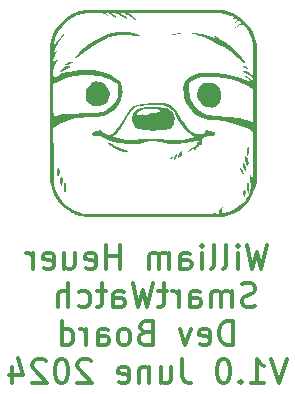
<source format=gbr>
%TF.GenerationSoftware,KiCad,Pcbnew,8.0.3*%
%TF.CreationDate,2024-06-23T22:11:50-05:00*%
%TF.ProjectId,GeckoDevelopmentBoard,4765636b-6f44-4657-9665-6c6f706d656e,rev?*%
%TF.SameCoordinates,Original*%
%TF.FileFunction,Legend,Bot*%
%TF.FilePolarity,Positive*%
%FSLAX46Y46*%
G04 Gerber Fmt 4.6, Leading zero omitted, Abs format (unit mm)*
G04 Created by KiCad (PCBNEW 8.0.3) date 2024-06-23 22:11:50*
%MOMM*%
%LPD*%
G01*
G04 APERTURE LIST*
%ADD10C,0.300000*%
%ADD11C,0.000000*%
G04 APERTURE END LIST*
D10*
X102442857Y-106329974D02*
X101966667Y-108329974D01*
X101966667Y-108329974D02*
X101585714Y-106901402D01*
X101585714Y-106901402D02*
X101204762Y-108329974D01*
X101204762Y-108329974D02*
X100728572Y-106329974D01*
X99966667Y-108329974D02*
X99966667Y-106996640D01*
X99966667Y-106329974D02*
X100061905Y-106425212D01*
X100061905Y-106425212D02*
X99966667Y-106520450D01*
X99966667Y-106520450D02*
X99871429Y-106425212D01*
X99871429Y-106425212D02*
X99966667Y-106329974D01*
X99966667Y-106329974D02*
X99966667Y-106520450D01*
X98728572Y-108329974D02*
X98919048Y-108234736D01*
X98919048Y-108234736D02*
X99014286Y-108044259D01*
X99014286Y-108044259D02*
X99014286Y-106329974D01*
X97680953Y-108329974D02*
X97871429Y-108234736D01*
X97871429Y-108234736D02*
X97966667Y-108044259D01*
X97966667Y-108044259D02*
X97966667Y-106329974D01*
X96919048Y-108329974D02*
X96919048Y-106996640D01*
X96919048Y-106329974D02*
X97014286Y-106425212D01*
X97014286Y-106425212D02*
X96919048Y-106520450D01*
X96919048Y-106520450D02*
X96823810Y-106425212D01*
X96823810Y-106425212D02*
X96919048Y-106329974D01*
X96919048Y-106329974D02*
X96919048Y-106520450D01*
X95109524Y-108329974D02*
X95109524Y-107282355D01*
X95109524Y-107282355D02*
X95204762Y-107091878D01*
X95204762Y-107091878D02*
X95395238Y-106996640D01*
X95395238Y-106996640D02*
X95776191Y-106996640D01*
X95776191Y-106996640D02*
X95966667Y-107091878D01*
X95109524Y-108234736D02*
X95300000Y-108329974D01*
X95300000Y-108329974D02*
X95776191Y-108329974D01*
X95776191Y-108329974D02*
X95966667Y-108234736D01*
X95966667Y-108234736D02*
X96061905Y-108044259D01*
X96061905Y-108044259D02*
X96061905Y-107853783D01*
X96061905Y-107853783D02*
X95966667Y-107663307D01*
X95966667Y-107663307D02*
X95776191Y-107568069D01*
X95776191Y-107568069D02*
X95300000Y-107568069D01*
X95300000Y-107568069D02*
X95109524Y-107472831D01*
X94157143Y-108329974D02*
X94157143Y-106996640D01*
X94157143Y-107187116D02*
X94061905Y-107091878D01*
X94061905Y-107091878D02*
X93871429Y-106996640D01*
X93871429Y-106996640D02*
X93585714Y-106996640D01*
X93585714Y-106996640D02*
X93395238Y-107091878D01*
X93395238Y-107091878D02*
X93300000Y-107282355D01*
X93300000Y-107282355D02*
X93300000Y-108329974D01*
X93300000Y-107282355D02*
X93204762Y-107091878D01*
X93204762Y-107091878D02*
X93014286Y-106996640D01*
X93014286Y-106996640D02*
X92728572Y-106996640D01*
X92728572Y-106996640D02*
X92538095Y-107091878D01*
X92538095Y-107091878D02*
X92442857Y-107282355D01*
X92442857Y-107282355D02*
X92442857Y-108329974D01*
X89966666Y-108329974D02*
X89966666Y-106329974D01*
X89966666Y-107282355D02*
X88823809Y-107282355D01*
X88823809Y-108329974D02*
X88823809Y-106329974D01*
X87109523Y-108234736D02*
X87299999Y-108329974D01*
X87299999Y-108329974D02*
X87680952Y-108329974D01*
X87680952Y-108329974D02*
X87871428Y-108234736D01*
X87871428Y-108234736D02*
X87966666Y-108044259D01*
X87966666Y-108044259D02*
X87966666Y-107282355D01*
X87966666Y-107282355D02*
X87871428Y-107091878D01*
X87871428Y-107091878D02*
X87680952Y-106996640D01*
X87680952Y-106996640D02*
X87299999Y-106996640D01*
X87299999Y-106996640D02*
X87109523Y-107091878D01*
X87109523Y-107091878D02*
X87014285Y-107282355D01*
X87014285Y-107282355D02*
X87014285Y-107472831D01*
X87014285Y-107472831D02*
X87966666Y-107663307D01*
X85299999Y-106996640D02*
X85299999Y-108329974D01*
X86157142Y-106996640D02*
X86157142Y-108044259D01*
X86157142Y-108044259D02*
X86061904Y-108234736D01*
X86061904Y-108234736D02*
X85871428Y-108329974D01*
X85871428Y-108329974D02*
X85585713Y-108329974D01*
X85585713Y-108329974D02*
X85395237Y-108234736D01*
X85395237Y-108234736D02*
X85299999Y-108139497D01*
X83585713Y-108234736D02*
X83776189Y-108329974D01*
X83776189Y-108329974D02*
X84157142Y-108329974D01*
X84157142Y-108329974D02*
X84347618Y-108234736D01*
X84347618Y-108234736D02*
X84442856Y-108044259D01*
X84442856Y-108044259D02*
X84442856Y-107282355D01*
X84442856Y-107282355D02*
X84347618Y-107091878D01*
X84347618Y-107091878D02*
X84157142Y-106996640D01*
X84157142Y-106996640D02*
X83776189Y-106996640D01*
X83776189Y-106996640D02*
X83585713Y-107091878D01*
X83585713Y-107091878D02*
X83490475Y-107282355D01*
X83490475Y-107282355D02*
X83490475Y-107472831D01*
X83490475Y-107472831D02*
X84442856Y-107663307D01*
X82633332Y-108329974D02*
X82633332Y-106996640D01*
X82633332Y-107377593D02*
X82538094Y-107187116D01*
X82538094Y-107187116D02*
X82442856Y-107091878D01*
X82442856Y-107091878D02*
X82252380Y-106996640D01*
X82252380Y-106996640D02*
X82061903Y-106996640D01*
X101442857Y-111454624D02*
X101157143Y-111549862D01*
X101157143Y-111549862D02*
X100680952Y-111549862D01*
X100680952Y-111549862D02*
X100490476Y-111454624D01*
X100490476Y-111454624D02*
X100395238Y-111359385D01*
X100395238Y-111359385D02*
X100300000Y-111168909D01*
X100300000Y-111168909D02*
X100300000Y-110978433D01*
X100300000Y-110978433D02*
X100395238Y-110787957D01*
X100395238Y-110787957D02*
X100490476Y-110692719D01*
X100490476Y-110692719D02*
X100680952Y-110597481D01*
X100680952Y-110597481D02*
X101061905Y-110502243D01*
X101061905Y-110502243D02*
X101252381Y-110407004D01*
X101252381Y-110407004D02*
X101347619Y-110311766D01*
X101347619Y-110311766D02*
X101442857Y-110121290D01*
X101442857Y-110121290D02*
X101442857Y-109930814D01*
X101442857Y-109930814D02*
X101347619Y-109740338D01*
X101347619Y-109740338D02*
X101252381Y-109645100D01*
X101252381Y-109645100D02*
X101061905Y-109549862D01*
X101061905Y-109549862D02*
X100585714Y-109549862D01*
X100585714Y-109549862D02*
X100300000Y-109645100D01*
X99442857Y-111549862D02*
X99442857Y-110216528D01*
X99442857Y-110407004D02*
X99347619Y-110311766D01*
X99347619Y-110311766D02*
X99157143Y-110216528D01*
X99157143Y-110216528D02*
X98871428Y-110216528D01*
X98871428Y-110216528D02*
X98680952Y-110311766D01*
X98680952Y-110311766D02*
X98585714Y-110502243D01*
X98585714Y-110502243D02*
X98585714Y-111549862D01*
X98585714Y-110502243D02*
X98490476Y-110311766D01*
X98490476Y-110311766D02*
X98300000Y-110216528D01*
X98300000Y-110216528D02*
X98014286Y-110216528D01*
X98014286Y-110216528D02*
X97823809Y-110311766D01*
X97823809Y-110311766D02*
X97728571Y-110502243D01*
X97728571Y-110502243D02*
X97728571Y-111549862D01*
X95919047Y-111549862D02*
X95919047Y-110502243D01*
X95919047Y-110502243D02*
X96014285Y-110311766D01*
X96014285Y-110311766D02*
X96204761Y-110216528D01*
X96204761Y-110216528D02*
X96585714Y-110216528D01*
X96585714Y-110216528D02*
X96776190Y-110311766D01*
X95919047Y-111454624D02*
X96109523Y-111549862D01*
X96109523Y-111549862D02*
X96585714Y-111549862D01*
X96585714Y-111549862D02*
X96776190Y-111454624D01*
X96776190Y-111454624D02*
X96871428Y-111264147D01*
X96871428Y-111264147D02*
X96871428Y-111073671D01*
X96871428Y-111073671D02*
X96776190Y-110883195D01*
X96776190Y-110883195D02*
X96585714Y-110787957D01*
X96585714Y-110787957D02*
X96109523Y-110787957D01*
X96109523Y-110787957D02*
X95919047Y-110692719D01*
X94966666Y-111549862D02*
X94966666Y-110216528D01*
X94966666Y-110597481D02*
X94871428Y-110407004D01*
X94871428Y-110407004D02*
X94776190Y-110311766D01*
X94776190Y-110311766D02*
X94585714Y-110216528D01*
X94585714Y-110216528D02*
X94395237Y-110216528D01*
X94014285Y-110216528D02*
X93252381Y-110216528D01*
X93728571Y-109549862D02*
X93728571Y-111264147D01*
X93728571Y-111264147D02*
X93633333Y-111454624D01*
X93633333Y-111454624D02*
X93442857Y-111549862D01*
X93442857Y-111549862D02*
X93252381Y-111549862D01*
X92776190Y-109549862D02*
X92300000Y-111549862D01*
X92300000Y-111549862D02*
X91919047Y-110121290D01*
X91919047Y-110121290D02*
X91538095Y-111549862D01*
X91538095Y-111549862D02*
X91061905Y-109549862D01*
X89442857Y-111549862D02*
X89442857Y-110502243D01*
X89442857Y-110502243D02*
X89538095Y-110311766D01*
X89538095Y-110311766D02*
X89728571Y-110216528D01*
X89728571Y-110216528D02*
X90109524Y-110216528D01*
X90109524Y-110216528D02*
X90300000Y-110311766D01*
X89442857Y-111454624D02*
X89633333Y-111549862D01*
X89633333Y-111549862D02*
X90109524Y-111549862D01*
X90109524Y-111549862D02*
X90300000Y-111454624D01*
X90300000Y-111454624D02*
X90395238Y-111264147D01*
X90395238Y-111264147D02*
X90395238Y-111073671D01*
X90395238Y-111073671D02*
X90300000Y-110883195D01*
X90300000Y-110883195D02*
X90109524Y-110787957D01*
X90109524Y-110787957D02*
X89633333Y-110787957D01*
X89633333Y-110787957D02*
X89442857Y-110692719D01*
X88776190Y-110216528D02*
X88014286Y-110216528D01*
X88490476Y-109549862D02*
X88490476Y-111264147D01*
X88490476Y-111264147D02*
X88395238Y-111454624D01*
X88395238Y-111454624D02*
X88204762Y-111549862D01*
X88204762Y-111549862D02*
X88014286Y-111549862D01*
X86490476Y-111454624D02*
X86680952Y-111549862D01*
X86680952Y-111549862D02*
X87061905Y-111549862D01*
X87061905Y-111549862D02*
X87252381Y-111454624D01*
X87252381Y-111454624D02*
X87347619Y-111359385D01*
X87347619Y-111359385D02*
X87442857Y-111168909D01*
X87442857Y-111168909D02*
X87442857Y-110597481D01*
X87442857Y-110597481D02*
X87347619Y-110407004D01*
X87347619Y-110407004D02*
X87252381Y-110311766D01*
X87252381Y-110311766D02*
X87061905Y-110216528D01*
X87061905Y-110216528D02*
X86680952Y-110216528D01*
X86680952Y-110216528D02*
X86490476Y-110311766D01*
X85633333Y-111549862D02*
X85633333Y-109549862D01*
X84776190Y-111549862D02*
X84776190Y-110502243D01*
X84776190Y-110502243D02*
X84871428Y-110311766D01*
X84871428Y-110311766D02*
X85061904Y-110216528D01*
X85061904Y-110216528D02*
X85347619Y-110216528D01*
X85347619Y-110216528D02*
X85538095Y-110311766D01*
X85538095Y-110311766D02*
X85633333Y-110407004D01*
X99538095Y-114769750D02*
X99538095Y-112769750D01*
X99538095Y-112769750D02*
X99061905Y-112769750D01*
X99061905Y-112769750D02*
X98776190Y-112864988D01*
X98776190Y-112864988D02*
X98585714Y-113055464D01*
X98585714Y-113055464D02*
X98490476Y-113245940D01*
X98490476Y-113245940D02*
X98395238Y-113626892D01*
X98395238Y-113626892D02*
X98395238Y-113912607D01*
X98395238Y-113912607D02*
X98490476Y-114293559D01*
X98490476Y-114293559D02*
X98585714Y-114484035D01*
X98585714Y-114484035D02*
X98776190Y-114674512D01*
X98776190Y-114674512D02*
X99061905Y-114769750D01*
X99061905Y-114769750D02*
X99538095Y-114769750D01*
X96776190Y-114674512D02*
X96966666Y-114769750D01*
X96966666Y-114769750D02*
X97347619Y-114769750D01*
X97347619Y-114769750D02*
X97538095Y-114674512D01*
X97538095Y-114674512D02*
X97633333Y-114484035D01*
X97633333Y-114484035D02*
X97633333Y-113722131D01*
X97633333Y-113722131D02*
X97538095Y-113531654D01*
X97538095Y-113531654D02*
X97347619Y-113436416D01*
X97347619Y-113436416D02*
X96966666Y-113436416D01*
X96966666Y-113436416D02*
X96776190Y-113531654D01*
X96776190Y-113531654D02*
X96680952Y-113722131D01*
X96680952Y-113722131D02*
X96680952Y-113912607D01*
X96680952Y-113912607D02*
X97633333Y-114103083D01*
X96014285Y-113436416D02*
X95538095Y-114769750D01*
X95538095Y-114769750D02*
X95061904Y-113436416D01*
X92109522Y-113722131D02*
X91823808Y-113817369D01*
X91823808Y-113817369D02*
X91728570Y-113912607D01*
X91728570Y-113912607D02*
X91633332Y-114103083D01*
X91633332Y-114103083D02*
X91633332Y-114388797D01*
X91633332Y-114388797D02*
X91728570Y-114579273D01*
X91728570Y-114579273D02*
X91823808Y-114674512D01*
X91823808Y-114674512D02*
X92014284Y-114769750D01*
X92014284Y-114769750D02*
X92776189Y-114769750D01*
X92776189Y-114769750D02*
X92776189Y-112769750D01*
X92776189Y-112769750D02*
X92109522Y-112769750D01*
X92109522Y-112769750D02*
X91919046Y-112864988D01*
X91919046Y-112864988D02*
X91823808Y-112960226D01*
X91823808Y-112960226D02*
X91728570Y-113150702D01*
X91728570Y-113150702D02*
X91728570Y-113341178D01*
X91728570Y-113341178D02*
X91823808Y-113531654D01*
X91823808Y-113531654D02*
X91919046Y-113626892D01*
X91919046Y-113626892D02*
X92109522Y-113722131D01*
X92109522Y-113722131D02*
X92776189Y-113722131D01*
X90490475Y-114769750D02*
X90680951Y-114674512D01*
X90680951Y-114674512D02*
X90776189Y-114579273D01*
X90776189Y-114579273D02*
X90871427Y-114388797D01*
X90871427Y-114388797D02*
X90871427Y-113817369D01*
X90871427Y-113817369D02*
X90776189Y-113626892D01*
X90776189Y-113626892D02*
X90680951Y-113531654D01*
X90680951Y-113531654D02*
X90490475Y-113436416D01*
X90490475Y-113436416D02*
X90204760Y-113436416D01*
X90204760Y-113436416D02*
X90014284Y-113531654D01*
X90014284Y-113531654D02*
X89919046Y-113626892D01*
X89919046Y-113626892D02*
X89823808Y-113817369D01*
X89823808Y-113817369D02*
X89823808Y-114388797D01*
X89823808Y-114388797D02*
X89919046Y-114579273D01*
X89919046Y-114579273D02*
X90014284Y-114674512D01*
X90014284Y-114674512D02*
X90204760Y-114769750D01*
X90204760Y-114769750D02*
X90490475Y-114769750D01*
X88109522Y-114769750D02*
X88109522Y-113722131D01*
X88109522Y-113722131D02*
X88204760Y-113531654D01*
X88204760Y-113531654D02*
X88395236Y-113436416D01*
X88395236Y-113436416D02*
X88776189Y-113436416D01*
X88776189Y-113436416D02*
X88966665Y-113531654D01*
X88109522Y-114674512D02*
X88299998Y-114769750D01*
X88299998Y-114769750D02*
X88776189Y-114769750D01*
X88776189Y-114769750D02*
X88966665Y-114674512D01*
X88966665Y-114674512D02*
X89061903Y-114484035D01*
X89061903Y-114484035D02*
X89061903Y-114293559D01*
X89061903Y-114293559D02*
X88966665Y-114103083D01*
X88966665Y-114103083D02*
X88776189Y-114007845D01*
X88776189Y-114007845D02*
X88299998Y-114007845D01*
X88299998Y-114007845D02*
X88109522Y-113912607D01*
X87157141Y-114769750D02*
X87157141Y-113436416D01*
X87157141Y-113817369D02*
X87061903Y-113626892D01*
X87061903Y-113626892D02*
X86966665Y-113531654D01*
X86966665Y-113531654D02*
X86776189Y-113436416D01*
X86776189Y-113436416D02*
X86585712Y-113436416D01*
X85061903Y-114769750D02*
X85061903Y-112769750D01*
X85061903Y-114674512D02*
X85252379Y-114769750D01*
X85252379Y-114769750D02*
X85633332Y-114769750D01*
X85633332Y-114769750D02*
X85823808Y-114674512D01*
X85823808Y-114674512D02*
X85919046Y-114579273D01*
X85919046Y-114579273D02*
X86014284Y-114388797D01*
X86014284Y-114388797D02*
X86014284Y-113817369D01*
X86014284Y-113817369D02*
X85919046Y-113626892D01*
X85919046Y-113626892D02*
X85823808Y-113531654D01*
X85823808Y-113531654D02*
X85633332Y-113436416D01*
X85633332Y-113436416D02*
X85252379Y-113436416D01*
X85252379Y-113436416D02*
X85061903Y-113531654D01*
X104109524Y-115989638D02*
X103442858Y-117989638D01*
X103442858Y-117989638D02*
X102776191Y-115989638D01*
X101061905Y-117989638D02*
X102204762Y-117989638D01*
X101633334Y-117989638D02*
X101633334Y-115989638D01*
X101633334Y-115989638D02*
X101823810Y-116275352D01*
X101823810Y-116275352D02*
X102014286Y-116465828D01*
X102014286Y-116465828D02*
X102204762Y-116561066D01*
X100204762Y-117799161D02*
X100109524Y-117894400D01*
X100109524Y-117894400D02*
X100204762Y-117989638D01*
X100204762Y-117989638D02*
X100300000Y-117894400D01*
X100300000Y-117894400D02*
X100204762Y-117799161D01*
X100204762Y-117799161D02*
X100204762Y-117989638D01*
X98871429Y-115989638D02*
X98680952Y-115989638D01*
X98680952Y-115989638D02*
X98490476Y-116084876D01*
X98490476Y-116084876D02*
X98395238Y-116180114D01*
X98395238Y-116180114D02*
X98300000Y-116370590D01*
X98300000Y-116370590D02*
X98204762Y-116751542D01*
X98204762Y-116751542D02*
X98204762Y-117227733D01*
X98204762Y-117227733D02*
X98300000Y-117608685D01*
X98300000Y-117608685D02*
X98395238Y-117799161D01*
X98395238Y-117799161D02*
X98490476Y-117894400D01*
X98490476Y-117894400D02*
X98680952Y-117989638D01*
X98680952Y-117989638D02*
X98871429Y-117989638D01*
X98871429Y-117989638D02*
X99061905Y-117894400D01*
X99061905Y-117894400D02*
X99157143Y-117799161D01*
X99157143Y-117799161D02*
X99252381Y-117608685D01*
X99252381Y-117608685D02*
X99347619Y-117227733D01*
X99347619Y-117227733D02*
X99347619Y-116751542D01*
X99347619Y-116751542D02*
X99252381Y-116370590D01*
X99252381Y-116370590D02*
X99157143Y-116180114D01*
X99157143Y-116180114D02*
X99061905Y-116084876D01*
X99061905Y-116084876D02*
X98871429Y-115989638D01*
X95252380Y-115989638D02*
X95252380Y-117418209D01*
X95252380Y-117418209D02*
X95347619Y-117703923D01*
X95347619Y-117703923D02*
X95538095Y-117894400D01*
X95538095Y-117894400D02*
X95823809Y-117989638D01*
X95823809Y-117989638D02*
X96014285Y-117989638D01*
X93442856Y-116656304D02*
X93442856Y-117989638D01*
X94299999Y-116656304D02*
X94299999Y-117703923D01*
X94299999Y-117703923D02*
X94204761Y-117894400D01*
X94204761Y-117894400D02*
X94014285Y-117989638D01*
X94014285Y-117989638D02*
X93728570Y-117989638D01*
X93728570Y-117989638D02*
X93538094Y-117894400D01*
X93538094Y-117894400D02*
X93442856Y-117799161D01*
X92490475Y-116656304D02*
X92490475Y-117989638D01*
X92490475Y-116846780D02*
X92395237Y-116751542D01*
X92395237Y-116751542D02*
X92204761Y-116656304D01*
X92204761Y-116656304D02*
X91919046Y-116656304D01*
X91919046Y-116656304D02*
X91728570Y-116751542D01*
X91728570Y-116751542D02*
X91633332Y-116942019D01*
X91633332Y-116942019D02*
X91633332Y-117989638D01*
X89919046Y-117894400D02*
X90109522Y-117989638D01*
X90109522Y-117989638D02*
X90490475Y-117989638D01*
X90490475Y-117989638D02*
X90680951Y-117894400D01*
X90680951Y-117894400D02*
X90776189Y-117703923D01*
X90776189Y-117703923D02*
X90776189Y-116942019D01*
X90776189Y-116942019D02*
X90680951Y-116751542D01*
X90680951Y-116751542D02*
X90490475Y-116656304D01*
X90490475Y-116656304D02*
X90109522Y-116656304D01*
X90109522Y-116656304D02*
X89919046Y-116751542D01*
X89919046Y-116751542D02*
X89823808Y-116942019D01*
X89823808Y-116942019D02*
X89823808Y-117132495D01*
X89823808Y-117132495D02*
X90776189Y-117322971D01*
X87538093Y-116180114D02*
X87442855Y-116084876D01*
X87442855Y-116084876D02*
X87252379Y-115989638D01*
X87252379Y-115989638D02*
X86776188Y-115989638D01*
X86776188Y-115989638D02*
X86585712Y-116084876D01*
X86585712Y-116084876D02*
X86490474Y-116180114D01*
X86490474Y-116180114D02*
X86395236Y-116370590D01*
X86395236Y-116370590D02*
X86395236Y-116561066D01*
X86395236Y-116561066D02*
X86490474Y-116846780D01*
X86490474Y-116846780D02*
X87633331Y-117989638D01*
X87633331Y-117989638D02*
X86395236Y-117989638D01*
X85157141Y-115989638D02*
X84966664Y-115989638D01*
X84966664Y-115989638D02*
X84776188Y-116084876D01*
X84776188Y-116084876D02*
X84680950Y-116180114D01*
X84680950Y-116180114D02*
X84585712Y-116370590D01*
X84585712Y-116370590D02*
X84490474Y-116751542D01*
X84490474Y-116751542D02*
X84490474Y-117227733D01*
X84490474Y-117227733D02*
X84585712Y-117608685D01*
X84585712Y-117608685D02*
X84680950Y-117799161D01*
X84680950Y-117799161D02*
X84776188Y-117894400D01*
X84776188Y-117894400D02*
X84966664Y-117989638D01*
X84966664Y-117989638D02*
X85157141Y-117989638D01*
X85157141Y-117989638D02*
X85347617Y-117894400D01*
X85347617Y-117894400D02*
X85442855Y-117799161D01*
X85442855Y-117799161D02*
X85538093Y-117608685D01*
X85538093Y-117608685D02*
X85633331Y-117227733D01*
X85633331Y-117227733D02*
X85633331Y-116751542D01*
X85633331Y-116751542D02*
X85538093Y-116370590D01*
X85538093Y-116370590D02*
X85442855Y-116180114D01*
X85442855Y-116180114D02*
X85347617Y-116084876D01*
X85347617Y-116084876D02*
X85157141Y-115989638D01*
X83728569Y-116180114D02*
X83633331Y-116084876D01*
X83633331Y-116084876D02*
X83442855Y-115989638D01*
X83442855Y-115989638D02*
X82966664Y-115989638D01*
X82966664Y-115989638D02*
X82776188Y-116084876D01*
X82776188Y-116084876D02*
X82680950Y-116180114D01*
X82680950Y-116180114D02*
X82585712Y-116370590D01*
X82585712Y-116370590D02*
X82585712Y-116561066D01*
X82585712Y-116561066D02*
X82680950Y-116846780D01*
X82680950Y-116846780D02*
X83823807Y-117989638D01*
X83823807Y-117989638D02*
X82585712Y-117989638D01*
X80871426Y-116656304D02*
X80871426Y-117989638D01*
X81347617Y-115894400D02*
X81823807Y-117322971D01*
X81823807Y-117322971D02*
X80585712Y-117322971D01*
D11*
%TO.C,G\u002A\u002A\u002A*%
G36*
X94425437Y-98830376D02*
G01*
X94453248Y-98906682D01*
X94417023Y-98992237D01*
X94359765Y-99019688D01*
X94277312Y-99027564D01*
X94236111Y-99005721D01*
X94243531Y-98956405D01*
X94299149Y-98856326D01*
X94377601Y-98811325D01*
X94425437Y-98830376D01*
G37*
G36*
X100222637Y-99818790D02*
G01*
X100284110Y-99867952D01*
X100371937Y-99982749D01*
X100446245Y-100114533D01*
X100477564Y-100217242D01*
X100459751Y-100272847D01*
X100400061Y-100271831D01*
X100320267Y-100204850D01*
X100243385Y-100084911D01*
X100221071Y-100037143D01*
X100162945Y-99887511D01*
X100163695Y-99817657D01*
X100222637Y-99818790D01*
G37*
G36*
X100619884Y-101626255D02*
G01*
X100639286Y-101742118D01*
X100635292Y-101913460D01*
X100606463Y-102115225D01*
X100569074Y-102242179D01*
X100525909Y-102275297D01*
X100483566Y-102204333D01*
X100446221Y-102031468D01*
X100433318Y-101855150D01*
X100471826Y-101680450D01*
X100576420Y-101591550D01*
X100578523Y-101590929D01*
X100619884Y-101626255D01*
G37*
G36*
X100880118Y-98001802D02*
G01*
X100903000Y-98122500D01*
X100909621Y-98303974D01*
X100899508Y-98516389D01*
X100872192Y-98729915D01*
X100833827Y-98947009D01*
X100792558Y-98621368D01*
X100778300Y-98477428D01*
X100772381Y-98264912D01*
X100785563Y-98095388D01*
X100815594Y-97990471D01*
X100860221Y-97971780D01*
X100880118Y-98001802D01*
G37*
G36*
X84793986Y-99786951D02*
G01*
X84839143Y-99898176D01*
X84878980Y-100032130D01*
X84895462Y-100227041D01*
X84841767Y-100394651D01*
X84792975Y-100457152D01*
X84731421Y-100454412D01*
X84706984Y-100407208D01*
X84682768Y-100271216D01*
X84677167Y-100098499D01*
X84690693Y-99932306D01*
X84723858Y-99815888D01*
X84759255Y-99767831D01*
X84793986Y-99786951D01*
G37*
G36*
X94781112Y-98594420D02*
G01*
X94827843Y-98641631D01*
X94817039Y-98757875D01*
X94750315Y-98922567D01*
X94724679Y-98967632D01*
X94648556Y-99059330D01*
X94587051Y-99082984D01*
X94561752Y-99026676D01*
X94564166Y-98999150D01*
X94598520Y-98881286D01*
X94658349Y-98748161D01*
X94724064Y-98639301D01*
X94776077Y-98594231D01*
X94781112Y-98594420D01*
G37*
G36*
X95220470Y-98376605D02*
G01*
X95256823Y-98493852D01*
X95258472Y-98519280D01*
X95219917Y-98666426D01*
X95094002Y-98842161D01*
X95031186Y-98909692D01*
X94940106Y-98979484D01*
X94901919Y-98954615D01*
X94916683Y-98835203D01*
X94984458Y-98621368D01*
X94999655Y-98581347D01*
X95080360Y-98425749D01*
X95157807Y-98355703D01*
X95220470Y-98376605D01*
G37*
G36*
X100496400Y-99401444D02*
G01*
X100510992Y-99415464D01*
X100583356Y-99533892D01*
X100644256Y-99698658D01*
X100679334Y-99863032D01*
X100674234Y-99980282D01*
X100639848Y-100029633D01*
X100574503Y-100018060D01*
X100499484Y-99917855D01*
X100424879Y-99738787D01*
X100385634Y-99568741D01*
X100387275Y-99442043D01*
X100425635Y-99379494D01*
X100496400Y-99401444D01*
G37*
G36*
X100611771Y-91189422D02*
G01*
X100751928Y-91243162D01*
X100865171Y-91311831D01*
X100911752Y-91377249D01*
X100909914Y-91395083D01*
X100866447Y-91426559D01*
X100756928Y-91398837D01*
X100570380Y-91309747D01*
X100525363Y-91285741D01*
X100421242Y-91222944D01*
X100402942Y-91188889D01*
X100460322Y-91170770D01*
X100484446Y-91168792D01*
X100611771Y-91189422D01*
G37*
G36*
X85886763Y-90792531D02*
G01*
X85999468Y-90826765D01*
X86012405Y-90879915D01*
X85930236Y-90943264D01*
X85757626Y-91008096D01*
X85586600Y-91054898D01*
X85458997Y-91078518D01*
X85397941Y-91067222D01*
X85383903Y-91021720D01*
X85392313Y-90997810D01*
X85471918Y-90926066D01*
X85604332Y-90855596D01*
X85751110Y-90804513D01*
X85873806Y-90790928D01*
X85886763Y-90792531D01*
G37*
G36*
X100891982Y-101118592D02*
G01*
X100902134Y-101144379D01*
X100950359Y-101362306D01*
X100961164Y-101614058D01*
X100931255Y-101839226D01*
X100916635Y-101891120D01*
X100894978Y-101936752D01*
X100871284Y-101914428D01*
X100837409Y-101811710D01*
X100785210Y-101616159D01*
X100743541Y-101428275D01*
X100733337Y-101266524D01*
X100762901Y-101128340D01*
X100822835Y-100956414D01*
X100891982Y-101118592D01*
G37*
G36*
X85099404Y-100548077D02*
G01*
X85152249Y-100654818D01*
X85189373Y-100758977D01*
X85196956Y-100856272D01*
X85169576Y-100979361D01*
X85103702Y-101165387D01*
X85062274Y-101263275D01*
X85024892Y-101282196D01*
X84968845Y-101219660D01*
X84963040Y-101211288D01*
X84921094Y-101074647D01*
X84917423Y-100890440D01*
X84948810Y-100706909D01*
X85012036Y-100572297D01*
X85056239Y-100530606D01*
X85099404Y-100548077D01*
G37*
G36*
X85388699Y-101090812D02*
G01*
X85421777Y-101188349D01*
X85439972Y-101362376D01*
X85435643Y-101559940D01*
X85407497Y-101736551D01*
X85387303Y-101804432D01*
X85356081Y-101831712D01*
X85299691Y-101766883D01*
X85283209Y-101738459D01*
X85243507Y-101591021D01*
X85229177Y-101401311D01*
X85241515Y-101218263D01*
X85281814Y-101090812D01*
X85289053Y-101079952D01*
X85337610Y-101036690D01*
X85388699Y-101090812D01*
G37*
G36*
X95188250Y-88406368D02*
G01*
X95254128Y-88415270D01*
X95212533Y-88432462D01*
X95063230Y-88458150D01*
X94805983Y-88492539D01*
X94797942Y-88493542D01*
X94602885Y-88517921D01*
X94450980Y-88537016D01*
X94374508Y-88546767D01*
X94357268Y-88538718D01*
X94390498Y-88486083D01*
X94481334Y-88449180D01*
X94659477Y-88421911D01*
X94903383Y-88407739D01*
X95015137Y-88405550D01*
X95188250Y-88406368D01*
G37*
G36*
X100638405Y-98702974D02*
G01*
X100702227Y-98757298D01*
X100768575Y-98886773D01*
X100828440Y-99060540D01*
X100872809Y-99247743D01*
X100892673Y-99417524D01*
X100879021Y-99539025D01*
X100843497Y-99598998D01*
X100779949Y-99601110D01*
X100707193Y-99501831D01*
X100629077Y-99304769D01*
X100607899Y-99231007D01*
X100574655Y-99044187D01*
X100568249Y-98874196D01*
X100588401Y-98750552D01*
X100634827Y-98702778D01*
X100638405Y-98702974D01*
G37*
G36*
X85711215Y-91135141D02*
G01*
X85762124Y-91204946D01*
X85759666Y-91284021D01*
X85701602Y-91321806D01*
X85633664Y-91344159D01*
X85499952Y-91411265D01*
X85335256Y-91507450D01*
X85148294Y-91618208D01*
X85011085Y-91681936D01*
X84926558Y-91691321D01*
X84876876Y-91651987D01*
X84893211Y-91587271D01*
X84983606Y-91492348D01*
X85123865Y-91383560D01*
X85289459Y-91276719D01*
X85455855Y-91187637D01*
X85598524Y-91132124D01*
X85692933Y-91125994D01*
X85711215Y-91135141D01*
G37*
G36*
X89099312Y-97664981D02*
G01*
X89169450Y-97712408D01*
X89334811Y-97803055D01*
X89551688Y-97909330D01*
X89790927Y-98017670D01*
X90023373Y-98114512D01*
X90219872Y-98186292D01*
X90283367Y-98207086D01*
X90505864Y-98285838D01*
X90635373Y-98345506D01*
X90682021Y-98391754D01*
X90655938Y-98430250D01*
X90631003Y-98439683D01*
X90501694Y-98439443D01*
X90310084Y-98403519D01*
X90082886Y-98340028D01*
X89846818Y-98257089D01*
X89628594Y-98162819D01*
X89454931Y-98065334D01*
X89400092Y-98027309D01*
X89233240Y-97900298D01*
X89096195Y-97780263D01*
X89008724Y-97685544D01*
X88990591Y-97634480D01*
X89020349Y-97626920D01*
X89099312Y-97664981D01*
G37*
G36*
X88216607Y-92478920D02*
G01*
X88341005Y-92501783D01*
X88625407Y-92625676D01*
X88856393Y-92834697D01*
X89023206Y-93117089D01*
X89115092Y-93461093D01*
X89126329Y-93575337D01*
X89100296Y-93895072D01*
X88983312Y-94157045D01*
X88777353Y-94358016D01*
X88484400Y-94494742D01*
X88332853Y-94535960D01*
X87995865Y-94576086D01*
X87707479Y-94524338D01*
X87456304Y-94377418D01*
X87230945Y-94132031D01*
X87141495Y-94001421D01*
X87091842Y-93887641D01*
X87078813Y-93756389D01*
X87091367Y-93562616D01*
X87150727Y-93236259D01*
X87292433Y-92909638D01*
X87507999Y-92658094D01*
X87563727Y-92613515D01*
X87747679Y-92507850D01*
X87952217Y-92466294D01*
X88216607Y-92478920D01*
G37*
G36*
X97885322Y-92594643D02*
G01*
X98040477Y-92654663D01*
X98187758Y-92759475D01*
X98273921Y-92843743D01*
X98435748Y-93087199D01*
X98542834Y-93376083D01*
X98589221Y-93680315D01*
X98568949Y-93969818D01*
X98476057Y-94214514D01*
X98455952Y-94245168D01*
X98313062Y-94415607D01*
X98151825Y-94556692D01*
X98074083Y-94607586D01*
X97955644Y-94660480D01*
X97817870Y-94678135D01*
X97616797Y-94669849D01*
X97375237Y-94636230D01*
X97068342Y-94525073D01*
X96831354Y-94336817D01*
X96655238Y-94065785D01*
X96597266Y-93931513D01*
X96538403Y-93760161D01*
X96515598Y-93641417D01*
X96522759Y-93534442D01*
X96589983Y-93259772D01*
X96711562Y-92994612D01*
X96867275Y-92788033D01*
X96956621Y-92707001D01*
X97069049Y-92636256D01*
X97206249Y-92599197D01*
X97410102Y-92579754D01*
X97421762Y-92579022D01*
X97689885Y-92571926D01*
X97885322Y-92594643D01*
G37*
G36*
X90660824Y-88296681D02*
G01*
X91160076Y-88378590D01*
X91607997Y-88524733D01*
X91688587Y-88561055D01*
X91772542Y-88616391D01*
X91757101Y-88647996D01*
X91646769Y-88655181D01*
X91446049Y-88637254D01*
X91159444Y-88593525D01*
X90947189Y-88559726D01*
X90408962Y-88507920D01*
X89928624Y-88519397D01*
X89482763Y-88595766D01*
X89047970Y-88738636D01*
X88796433Y-88848863D01*
X88289602Y-89112532D01*
X87722147Y-89455582D01*
X87099116Y-89874879D01*
X86425555Y-90367288D01*
X86379054Y-90401418D01*
X86262279Y-90477230D01*
X86192983Y-90507479D01*
X86175285Y-90502936D01*
X86180141Y-90448948D01*
X86251817Y-90343868D01*
X86377370Y-90200096D01*
X86543857Y-90030035D01*
X86738334Y-89846085D01*
X86947859Y-89660649D01*
X87159487Y-89486128D01*
X87360277Y-89334924D01*
X87537284Y-89219437D01*
X87836509Y-89050548D01*
X88341362Y-88788332D01*
X88813686Y-88571303D01*
X89228051Y-88411612D01*
X89286257Y-88392317D01*
X89501685Y-88329980D01*
X89701606Y-88293393D01*
X89927256Y-88276862D01*
X90219872Y-88274697D01*
X90660824Y-88296681D01*
G37*
G36*
X99036301Y-89221979D02*
G01*
X99218703Y-89352977D01*
X99368480Y-89475306D01*
X99602382Y-89686075D01*
X99846992Y-89924019D01*
X100068707Y-90157338D01*
X100127909Y-90223095D01*
X100344425Y-90469261D01*
X100493020Y-90650791D01*
X100580795Y-90777669D01*
X100614853Y-90859876D01*
X100602293Y-90907394D01*
X100576552Y-90927337D01*
X100535772Y-90930684D01*
X100473255Y-90899545D01*
X100374616Y-90824002D01*
X100225472Y-90694140D01*
X100011441Y-90500042D01*
X99748188Y-90267857D01*
X99289322Y-89906768D01*
X98801404Y-89581747D01*
X98245473Y-89265558D01*
X98081994Y-89181027D01*
X97962811Y-89123504D01*
X98577991Y-89123504D01*
X98605128Y-89150641D01*
X98632265Y-89123504D01*
X98605128Y-89096368D01*
X98577991Y-89123504D01*
X97962811Y-89123504D01*
X97754124Y-89022782D01*
X97409187Y-88868259D01*
X97069848Y-88726749D01*
X96758773Y-88607541D01*
X96498626Y-88519922D01*
X96312072Y-88473183D01*
X96250608Y-88461201D01*
X96129530Y-88422383D01*
X96081410Y-88381729D01*
X96123463Y-88352647D01*
X96230662Y-88357582D01*
X96336483Y-88377365D01*
X96523404Y-88410348D01*
X96732692Y-88445861D01*
X96935252Y-88484553D01*
X97554285Y-88659854D01*
X98170940Y-88916063D01*
X98261703Y-88959895D01*
X98406407Y-89027088D01*
X98468944Y-89048652D01*
X98459609Y-89026849D01*
X98388696Y-88963945D01*
X98375161Y-88952761D01*
X98221786Y-88844045D01*
X98076623Y-88765381D01*
X98039561Y-88748157D01*
X97951491Y-88685935D01*
X97921733Y-88631247D01*
X97967414Y-88608670D01*
X98029021Y-88627043D01*
X98171226Y-88695222D01*
X98364642Y-88801645D01*
X98587685Y-88933473D01*
X98818766Y-89077864D01*
X98887657Y-89123504D01*
X99036301Y-89221979D01*
G37*
G36*
X94449605Y-95072985D02*
G01*
X94574643Y-95338639D01*
X94616025Y-95672252D01*
X94607608Y-95806926D01*
X94536100Y-96081105D01*
X94403008Y-96307180D01*
X94222118Y-96457663D01*
X94208445Y-96464259D01*
X94057074Y-96513047D01*
X93844452Y-96556774D01*
X93612074Y-96586666D01*
X93412686Y-96603689D01*
X93152681Y-96622221D01*
X92936794Y-96629549D01*
X92727013Y-96625587D01*
X92485325Y-96610250D01*
X92173718Y-96583454D01*
X91991864Y-96565623D01*
X91723592Y-96528560D01*
X91528742Y-96478396D01*
X91384450Y-96405450D01*
X91267854Y-96300037D01*
X91156090Y-96152475D01*
X91092507Y-96031131D01*
X91033510Y-95784317D01*
X91032738Y-95513577D01*
X91073738Y-95310046D01*
X91419857Y-95310046D01*
X91464800Y-95332420D01*
X91585488Y-95309460D01*
X91755724Y-95280071D01*
X91929487Y-95268716D01*
X92069161Y-95279966D01*
X92242342Y-95311295D01*
X92313455Y-95327558D01*
X92367165Y-95318836D01*
X92355303Y-95254163D01*
X92347660Y-95232615D01*
X92352328Y-95179772D01*
X92435931Y-95188332D01*
X92509858Y-95198047D01*
X92553632Y-95176044D01*
X92553903Y-95174397D01*
X92610210Y-95150277D01*
X92745586Y-95127775D01*
X92932551Y-95111565D01*
X93179752Y-95085786D01*
X93347302Y-95038738D01*
X93413686Y-94972977D01*
X93375777Y-94890064D01*
X93328149Y-94865900D01*
X93187241Y-94841184D01*
X92953262Y-94826850D01*
X92618662Y-94822222D01*
X92439074Y-94822679D01*
X92198657Y-94827137D01*
X92027798Y-94839354D01*
X91901766Y-94862946D01*
X91795829Y-94901530D01*
X91685256Y-94958722D01*
X91662960Y-94971430D01*
X91490920Y-95099463D01*
X91422668Y-95224263D01*
X91422216Y-95227456D01*
X91419857Y-95310046D01*
X91073738Y-95310046D01*
X91085825Y-95250044D01*
X91188403Y-95024850D01*
X91336105Y-94869129D01*
X91357234Y-94856239D01*
X91552850Y-94779126D01*
X91830881Y-94716642D01*
X92169285Y-94670522D01*
X92546017Y-94642499D01*
X92939033Y-94634307D01*
X93326291Y-94647678D01*
X93685745Y-94684347D01*
X93943205Y-94739866D01*
X94239572Y-94873868D01*
X94344114Y-94972977D01*
X94449605Y-95072985D01*
G37*
G36*
X97162185Y-97213187D02*
G01*
X97021434Y-97293768D01*
X96935642Y-97367082D01*
X96928262Y-97382742D01*
X96914844Y-97491897D01*
X96924546Y-97644445D01*
X96929702Y-97682261D01*
X96939939Y-97792591D01*
X96924127Y-97814536D01*
X96876059Y-97763312D01*
X96850200Y-97733077D01*
X96795976Y-97701134D01*
X96754799Y-97752930D01*
X96712506Y-97900328D01*
X96669597Y-98000696D01*
X96597209Y-98016926D01*
X96531345Y-98024542D01*
X96463422Y-98127389D01*
X96445207Y-98167916D01*
X96382078Y-98249467D01*
X96323991Y-98269371D01*
X96298504Y-98213276D01*
X96275980Y-98202453D01*
X96182343Y-98227588D01*
X96040705Y-98292159D01*
X95917993Y-98354364D01*
X95762478Y-98423882D01*
X95698014Y-98435986D01*
X95724540Y-98391670D01*
X95841993Y-98291929D01*
X96050312Y-98137754D01*
X96262004Y-97983705D01*
X96417606Y-97860173D01*
X96506445Y-97770841D01*
X96541218Y-97702733D01*
X96534622Y-97642874D01*
X96534829Y-97587435D01*
X96618338Y-97563034D01*
X96686976Y-97547638D01*
X96732692Y-97482967D01*
X96732460Y-97474056D01*
X96702844Y-97429463D01*
X96606717Y-97450796D01*
X96535224Y-97473655D01*
X96369566Y-97519733D01*
X96147479Y-97577451D01*
X95896817Y-97639410D01*
X95525314Y-97715991D01*
X94808341Y-97787971D01*
X94113601Y-97755483D01*
X93444829Y-97618559D01*
X93238228Y-97560893D01*
X93036694Y-97514952D01*
X92857016Y-97493830D01*
X92673923Y-97498431D01*
X92462141Y-97529663D01*
X92196398Y-97588429D01*
X91851423Y-97675634D01*
X91600806Y-97728856D01*
X91159346Y-97772413D01*
X90659986Y-97762892D01*
X90084188Y-97700553D01*
X89819345Y-97659128D01*
X89525632Y-97598057D01*
X89258796Y-97518285D01*
X88978883Y-97407377D01*
X88645940Y-97252899D01*
X88495102Y-97182586D01*
X88329991Y-97119156D01*
X89348586Y-97119156D01*
X89609003Y-97205653D01*
X89822961Y-97271441D01*
X90476006Y-97405907D01*
X91145057Y-97442227D01*
X91848077Y-97381815D01*
X92169678Y-97348031D01*
X92566562Y-97337924D01*
X93042094Y-97354447D01*
X93506643Y-97379206D01*
X93971602Y-97400751D01*
X94392259Y-97416906D01*
X94755815Y-97427312D01*
X95049467Y-97431604D01*
X95260414Y-97429423D01*
X95375854Y-97420405D01*
X95392122Y-97417034D01*
X95525268Y-97385938D01*
X95719862Y-97337378D01*
X95939850Y-97280310D01*
X96368162Y-97167077D01*
X96211218Y-97085406D01*
X96121602Y-97034227D01*
X95856714Y-96840380D01*
X95582827Y-96588090D01*
X95320113Y-96300612D01*
X95088746Y-96001197D01*
X94908897Y-95713099D01*
X94800739Y-95459569D01*
X94771090Y-95365896D01*
X94656136Y-95130434D01*
X94474779Y-94919158D01*
X94415985Y-94863660D01*
X94237721Y-94716708D01*
X94054131Y-94606572D01*
X93848173Y-94529515D01*
X93602802Y-94481802D01*
X93300975Y-94459694D01*
X92925647Y-94459454D01*
X92459775Y-94477346D01*
X92115748Y-94497185D01*
X91852487Y-94520006D01*
X91653751Y-94548734D01*
X91497364Y-94586585D01*
X91361152Y-94636779D01*
X91336942Y-94647333D01*
X91186499Y-94723245D01*
X91060534Y-94814377D01*
X90945460Y-94937580D01*
X90827695Y-95109705D01*
X90693655Y-95347602D01*
X90529754Y-95668122D01*
X90345791Y-96014342D01*
X90090936Y-96415180D01*
X89831009Y-96729074D01*
X89556810Y-96968320D01*
X89348586Y-97119156D01*
X88329991Y-97119156D01*
X88297575Y-97106703D01*
X88131025Y-97071961D01*
X87957426Y-97068159D01*
X87916386Y-97069731D01*
X87759066Y-97065945D01*
X87669764Y-97035060D01*
X87615445Y-96967337D01*
X87587259Y-96893265D01*
X87618404Y-96837334D01*
X87734087Y-96780074D01*
X87765117Y-96767561D01*
X87949952Y-96700094D01*
X88143427Y-96637555D01*
X88211308Y-96618001D01*
X88331380Y-96596160D01*
X88411379Y-96620811D01*
X88496205Y-96699887D01*
X88528491Y-96730868D01*
X88676721Y-96839477D01*
X88848539Y-96933252D01*
X89078276Y-97035950D01*
X89284652Y-96899376D01*
X89315119Y-96878845D01*
X89691961Y-96559461D01*
X90035104Y-96143952D01*
X90337344Y-95640926D01*
X90552466Y-95253976D01*
X90760770Y-94953615D01*
X90972847Y-94731366D01*
X91202159Y-94573155D01*
X91462170Y-94464905D01*
X91563999Y-94437095D01*
X91833062Y-94384830D01*
X92160642Y-94340474D01*
X92519192Y-94305976D01*
X92881166Y-94283288D01*
X93219018Y-94274360D01*
X93505202Y-94281142D01*
X93712171Y-94305585D01*
X93800586Y-94326910D01*
X94201975Y-94489476D01*
X94557867Y-94746738D01*
X94861329Y-95092647D01*
X95105428Y-95521156D01*
X95159070Y-95623926D01*
X95301345Y-95841601D01*
X95486144Y-96083622D01*
X95693288Y-96326819D01*
X95902593Y-96548020D01*
X96093877Y-96724055D01*
X96246959Y-96831753D01*
X96471086Y-96921418D01*
X96747072Y-96951607D01*
X96992228Y-96882096D01*
X97198264Y-96713913D01*
X97311058Y-96580573D01*
X97700294Y-96669102D01*
X97729463Y-96675774D01*
X97920276Y-96723939D01*
X98029099Y-96766487D01*
X98078120Y-96815649D01*
X98089530Y-96883657D01*
X98068797Y-96961394D01*
X97971011Y-97049904D01*
X97822446Y-97088746D01*
X97656031Y-97064206D01*
X97564509Y-97041628D01*
X97502537Y-97071662D01*
X97486942Y-97095867D01*
X97403893Y-97128846D01*
X97309152Y-97150138D01*
X97269667Y-97167077D01*
X97162185Y-97213187D01*
G37*
G36*
X101590171Y-95175000D02*
G01*
X101590171Y-95306463D01*
X101590171Y-101063675D01*
X101463628Y-101470727D01*
X101453551Y-101502660D01*
X101216425Y-102077960D01*
X100896788Y-102592583D01*
X100502879Y-103038588D01*
X100042936Y-103408036D01*
X99525199Y-103692988D01*
X98957906Y-103885503D01*
X98904560Y-103895444D01*
X98807341Y-103906390D01*
X98669478Y-103916105D01*
X98485313Y-103924660D01*
X98249186Y-103932125D01*
X97955439Y-103938572D01*
X97598415Y-103944071D01*
X97172453Y-103948693D01*
X96671896Y-103952510D01*
X96091086Y-103955591D01*
X95424363Y-103958008D01*
X94666070Y-103959832D01*
X93810547Y-103961134D01*
X92852137Y-103961984D01*
X92472137Y-103962245D01*
X91563538Y-103962924D01*
X90754478Y-103963328D01*
X90038465Y-103963107D01*
X89409006Y-103961907D01*
X88859608Y-103959377D01*
X88383778Y-103955166D01*
X87975023Y-103948921D01*
X87626851Y-103940290D01*
X87332769Y-103928921D01*
X87086283Y-103914462D01*
X86880902Y-103896562D01*
X86710131Y-103874869D01*
X86567479Y-103849029D01*
X86446453Y-103818693D01*
X86340559Y-103783507D01*
X86243305Y-103743120D01*
X86148198Y-103697180D01*
X86048745Y-103645334D01*
X85938454Y-103587231D01*
X85605293Y-103391075D01*
X85130830Y-103014198D01*
X84736680Y-102568318D01*
X84428099Y-102061091D01*
X84210343Y-101500170D01*
X84088668Y-100893213D01*
X84080173Y-100772002D01*
X84071672Y-100543900D01*
X84064018Y-100225374D01*
X84057210Y-99825898D01*
X84051248Y-99354948D01*
X84046133Y-98821998D01*
X84041864Y-98236523D01*
X84038441Y-97607997D01*
X84035865Y-96945895D01*
X84034135Y-96259691D01*
X84033252Y-95558861D01*
X84033215Y-94852879D01*
X84034024Y-94151220D01*
X84035680Y-93463357D01*
X84038182Y-92798767D01*
X84038775Y-92686892D01*
X84358333Y-92686892D01*
X84358333Y-94066630D01*
X84358605Y-94297340D01*
X84361014Y-94689521D01*
X84366314Y-94987910D01*
X84374993Y-95202377D01*
X84387538Y-95342792D01*
X84404436Y-95419026D01*
X84426175Y-95440948D01*
X84494264Y-95425828D01*
X84638616Y-95383308D01*
X84819658Y-95323938D01*
X84820357Y-95323699D01*
X84927388Y-95290505D01*
X85043135Y-95263736D01*
X85181858Y-95242278D01*
X85357818Y-95225018D01*
X85585274Y-95210844D01*
X85878489Y-95198642D01*
X86251721Y-95187301D01*
X86719231Y-95175707D01*
X86859014Y-95172385D01*
X87312080Y-95160227D01*
X87673378Y-95147587D01*
X87956117Y-95133526D01*
X88173507Y-95117102D01*
X88338757Y-95097376D01*
X88465078Y-95073406D01*
X88565679Y-95044253D01*
X88764504Y-94960940D01*
X89110239Y-94746181D01*
X89411545Y-94469932D01*
X89647057Y-94153492D01*
X89795413Y-93818163D01*
X89829502Y-93650893D01*
X89856163Y-93415478D01*
X89866569Y-93175304D01*
X89866383Y-93081569D01*
X89859926Y-92907085D01*
X89837186Y-92797043D01*
X89788517Y-92719862D01*
X89704273Y-92643963D01*
X89651713Y-92605639D01*
X89492475Y-92506736D01*
X89282472Y-92389287D01*
X89052991Y-92271201D01*
X88816542Y-92160688D01*
X88581904Y-92071876D01*
X88350946Y-92014799D01*
X88076068Y-91975025D01*
X87595192Y-91934275D01*
X86847541Y-91937478D01*
X86137530Y-92030532D01*
X85446728Y-92216339D01*
X84756703Y-92497802D01*
X84358333Y-92686892D01*
X84038775Y-92686892D01*
X84041530Y-92166923D01*
X84045725Y-91577300D01*
X84050766Y-91039373D01*
X84056654Y-90562616D01*
X84063388Y-90156505D01*
X84070968Y-89830513D01*
X84079395Y-89594116D01*
X84081854Y-89557693D01*
X84349728Y-89557693D01*
X84519798Y-89269519D01*
X84563282Y-89200158D01*
X84683795Y-89031879D01*
X84825211Y-88856195D01*
X84970384Y-88691997D01*
X85102167Y-88558181D01*
X85203413Y-88473637D01*
X85256976Y-88457261D01*
X85258934Y-88462434D01*
X85232181Y-88532602D01*
X85155502Y-88660532D01*
X85042545Y-88822949D01*
X85012591Y-88864193D01*
X84864377Y-89082040D01*
X84715287Y-89320209D01*
X84577731Y-89556699D01*
X84464115Y-89769512D01*
X84386846Y-89936648D01*
X84358333Y-90036108D01*
X84383993Y-90051659D01*
X84468486Y-89995100D01*
X84602509Y-89866606D01*
X84846684Y-89611966D01*
X84602509Y-90044840D01*
X84481797Y-90276566D01*
X84390476Y-90499960D01*
X84358333Y-90657042D01*
X84358333Y-90836369D01*
X84520486Y-90716485D01*
X84578252Y-90675920D01*
X84679345Y-90626335D01*
X84708943Y-90656523D01*
X84666831Y-90764921D01*
X84552792Y-90949967D01*
X84487955Y-91048418D01*
X84416295Y-91177608D01*
X84377449Y-91301944D01*
X84361451Y-91459213D01*
X84358333Y-91687203D01*
X84358438Y-91748899D01*
X84364747Y-91965141D01*
X84390208Y-92087012D01*
X84447783Y-92126077D01*
X84550431Y-92093903D01*
X84711111Y-92002057D01*
X84946762Y-91861048D01*
X85112826Y-91768704D01*
X85229377Y-91716110D01*
X85317368Y-91693816D01*
X85397755Y-91692370D01*
X85423067Y-91692687D01*
X85565792Y-91677917D01*
X85768080Y-91643014D01*
X85994764Y-91593784D01*
X86116623Y-91567187D01*
X86617095Y-91500079D01*
X87161975Y-91482850D01*
X87710328Y-91515427D01*
X88221221Y-91597736D01*
X88450671Y-91657197D01*
X88845002Y-91791648D01*
X89227191Y-91957857D01*
X89565317Y-92141319D01*
X89827455Y-92327531D01*
X89876758Y-92372611D01*
X90069972Y-92631350D01*
X90184108Y-92939854D01*
X90210984Y-93175304D01*
X90223194Y-93282272D01*
X90191258Y-93642752D01*
X90092330Y-94005442D01*
X89930438Y-94354490D01*
X89709610Y-94674044D01*
X89433876Y-94948254D01*
X89107265Y-95161266D01*
X89025324Y-95201768D01*
X88817959Y-95293225D01*
X88612372Y-95362531D01*
X88386498Y-95414049D01*
X88118272Y-95452143D01*
X87785629Y-95481176D01*
X87366504Y-95505512D01*
X87157845Y-95516988D01*
X86664614Y-95554754D01*
X86268681Y-95602407D01*
X85975498Y-95659345D01*
X85954386Y-95664882D01*
X85678598Y-95754460D01*
X85358570Y-95882355D01*
X85031496Y-96031679D01*
X84734568Y-96185542D01*
X84504982Y-96327057D01*
X84353127Y-96434389D01*
X84370969Y-98830442D01*
X84372070Y-98977730D01*
X84376402Y-99526518D01*
X84380750Y-99980162D01*
X84385679Y-100349468D01*
X84391754Y-100645238D01*
X84399538Y-100878278D01*
X84409596Y-101059392D01*
X84422491Y-101199385D01*
X84438789Y-101309060D01*
X84459054Y-101399223D01*
X84483849Y-101480678D01*
X84513739Y-101564228D01*
X84528447Y-101603210D01*
X84783939Y-102124036D01*
X85123866Y-102591191D01*
X85535739Y-102992361D01*
X86007066Y-103315231D01*
X86525359Y-103547489D01*
X86882051Y-103668804D01*
X92431517Y-103683610D01*
X92876582Y-103684795D01*
X93723866Y-103686987D01*
X94471785Y-103688729D01*
X95126535Y-103689914D01*
X95694315Y-103690436D01*
X96181321Y-103690188D01*
X96593751Y-103689066D01*
X96937803Y-103686963D01*
X97219674Y-103683772D01*
X97445562Y-103679389D01*
X97621665Y-103673705D01*
X97754179Y-103666617D01*
X97849304Y-103658017D01*
X97913235Y-103647799D01*
X97952171Y-103635858D01*
X97972309Y-103622087D01*
X97979847Y-103606380D01*
X97980983Y-103588631D01*
X97980997Y-103585553D01*
X98007783Y-103494153D01*
X98072692Y-103494721D01*
X98156399Y-103587393D01*
X98208143Y-103655212D01*
X98266749Y-103695940D01*
X98292356Y-103676261D01*
X98345150Y-103590934D01*
X98393807Y-103480660D01*
X98415171Y-103392739D01*
X98417469Y-103381749D01*
X98457951Y-103303922D01*
X98531635Y-103190609D01*
X98615849Y-103073703D01*
X98687923Y-102985091D01*
X98725184Y-102956666D01*
X98728826Y-102989370D01*
X98709638Y-103111681D01*
X98664675Y-103304116D01*
X98598240Y-103546688D01*
X98594410Y-103561674D01*
X98610027Y-103624555D01*
X98710018Y-103641667D01*
X98802757Y-103631285D01*
X98849483Y-103600962D01*
X98892628Y-103571260D01*
X99002945Y-103554951D01*
X99028861Y-103553384D01*
X99264791Y-103496384D01*
X99542506Y-103370581D01*
X99839742Y-103190781D01*
X100134239Y-102971793D01*
X100403735Y-102728421D01*
X100625967Y-102475473D01*
X100654146Y-102437923D01*
X100888706Y-102090487D01*
X101039620Y-101781680D01*
X101112299Y-101490902D01*
X101112150Y-101197555D01*
X101044582Y-100881038D01*
X101018662Y-100777130D01*
X100996026Y-100614072D01*
X100997129Y-100482187D01*
X101020823Y-100406628D01*
X101065960Y-100412548D01*
X101090367Y-100458316D01*
X101137883Y-100584592D01*
X101192270Y-100755848D01*
X101208656Y-100810260D01*
X101228308Y-100866040D01*
X101244192Y-100889289D01*
X101256740Y-100871561D01*
X101266379Y-100804411D01*
X101273542Y-100679391D01*
X101278657Y-100488056D01*
X101282155Y-100221959D01*
X101284467Y-99872654D01*
X101286021Y-99431694D01*
X101287249Y-98890634D01*
X101291666Y-96717593D01*
X101006731Y-96545490D01*
X100965720Y-96521201D01*
X100527071Y-96306074D01*
X100006222Y-96118033D01*
X99425218Y-95963057D01*
X98806108Y-95847129D01*
X98170940Y-95776228D01*
X97643507Y-95718269D01*
X97181638Y-95619851D01*
X96786618Y-95475523D01*
X96439754Y-95278400D01*
X96122352Y-95021594D01*
X96086769Y-94987450D01*
X95819126Y-94658846D01*
X95610597Y-94254672D01*
X95455327Y-93763889D01*
X95387717Y-93439811D01*
X95351669Y-93067471D01*
X95365511Y-92933828D01*
X95811033Y-92933828D01*
X95818291Y-93248513D01*
X95893239Y-93626308D01*
X95967684Y-93864859D01*
X96177077Y-94302985D01*
X96458381Y-94679690D01*
X96800574Y-94981660D01*
X97192631Y-95195582D01*
X97280419Y-95229342D01*
X97407523Y-95271593D01*
X97546897Y-95307686D01*
X97712262Y-95339507D01*
X97917340Y-95368945D01*
X98175851Y-95397890D01*
X98501517Y-95428228D01*
X98908058Y-95461849D01*
X99409195Y-95500640D01*
X99444009Y-95503320D01*
X99815776Y-95538318D01*
X100117958Y-95582277D01*
X100386534Y-95641597D01*
X100657485Y-95722678D01*
X100784122Y-95764793D01*
X100989998Y-95834076D01*
X101145693Y-95887528D01*
X101224735Y-95916122D01*
X101243205Y-95909069D01*
X101259969Y-95855746D01*
X101271895Y-95744249D01*
X101279371Y-95564510D01*
X101282789Y-95306463D01*
X101282538Y-94960042D01*
X101279009Y-94515178D01*
X101264530Y-93085875D01*
X100694658Y-92800074D01*
X100683897Y-92794684D01*
X100042961Y-92503907D01*
X99435804Y-92294931D01*
X98833584Y-92161326D01*
X98207459Y-92096667D01*
X97528584Y-92094526D01*
X97482201Y-92096385D01*
X96973361Y-92135402D01*
X96563627Y-92208102D01*
X96247763Y-92319390D01*
X96020534Y-92474171D01*
X95876702Y-92677349D01*
X95811033Y-92933828D01*
X95365511Y-92933828D01*
X95383533Y-92759830D01*
X95487373Y-92502386D01*
X95667254Y-92280635D01*
X95927240Y-92080074D01*
X96032283Y-92014660D01*
X96228560Y-91910905D01*
X96428196Y-91837374D01*
X96652099Y-91790388D01*
X96921178Y-91766267D01*
X97256342Y-91761333D01*
X97678497Y-91771906D01*
X98120248Y-91795020D01*
X98885211Y-91876081D01*
X99585379Y-92010274D01*
X100242634Y-92202282D01*
X100878858Y-92456788D01*
X100914985Y-92473046D01*
X101090080Y-92547562D01*
X101218185Y-92595072D01*
X101273715Y-92605915D01*
X101268229Y-92593857D01*
X101200166Y-92529960D01*
X101071122Y-92425967D01*
X100899570Y-92297126D01*
X100753074Y-92184036D01*
X100624830Y-92065357D01*
X100581489Y-91996735D01*
X100621085Y-91984773D01*
X100741652Y-92036074D01*
X100941224Y-92157241D01*
X101069677Y-92241885D01*
X101194633Y-92318224D01*
X101260912Y-92342490D01*
X101287071Y-92319896D01*
X101291666Y-92255652D01*
X101267910Y-92200142D01*
X101146881Y-92093830D01*
X100925320Y-91960119D01*
X100905526Y-91949365D01*
X100713480Y-91841701D01*
X100550637Y-91745003D01*
X100450427Y-91679057D01*
X100385959Y-91626321D01*
X100390486Y-91600105D01*
X100493294Y-91594675D01*
X100639106Y-91620105D01*
X100836903Y-91693143D01*
X101037136Y-91794869D01*
X101196688Y-91906188D01*
X101200752Y-91909710D01*
X101229412Y-91928117D01*
X101251318Y-91920352D01*
X101267365Y-91874645D01*
X101278447Y-91779231D01*
X101285460Y-91622341D01*
X101289297Y-91392208D01*
X101290853Y-91077065D01*
X101291022Y-90665143D01*
X101290061Y-90349881D01*
X101285094Y-89939432D01*
X101275344Y-89616315D01*
X101260176Y-89367643D01*
X101238954Y-89180531D01*
X101211044Y-89042094D01*
X101146963Y-88842713D01*
X101028322Y-88554390D01*
X100885155Y-88261996D01*
X100735480Y-88001707D01*
X100597310Y-87809697D01*
X100446404Y-87635633D01*
X100028196Y-87817435D01*
X99922873Y-87862428D01*
X99744228Y-87932025D01*
X99661693Y-87951202D01*
X99675288Y-87920024D01*
X99785036Y-87838555D01*
X99990958Y-87706859D01*
X100003129Y-87699338D01*
X100160586Y-87600192D01*
X100272288Y-87526536D01*
X100314743Y-87493827D01*
X100279055Y-87461345D01*
X100186411Y-87396560D01*
X100152601Y-87375194D01*
X100072743Y-87344347D01*
X99989329Y-87366004D01*
X99860770Y-87446548D01*
X99728131Y-87526833D01*
X99671277Y-87537636D01*
X99696193Y-87479008D01*
X99804648Y-87353872D01*
X99830413Y-87326833D01*
X99902417Y-87241021D01*
X99904458Y-87193003D01*
X99842429Y-87151163D01*
X99780366Y-87128245D01*
X99660537Y-87145477D01*
X99633709Y-87161469D01*
X99549603Y-87194755D01*
X99525252Y-87179523D01*
X99582014Y-87122123D01*
X99595830Y-87111908D01*
X99644725Y-87062414D01*
X99619344Y-87019383D01*
X99507814Y-86956274D01*
X99499266Y-86951967D01*
X99351927Y-86892054D01*
X99144460Y-86823242D01*
X98918924Y-86759578D01*
X98846402Y-86741888D01*
X98760543Y-86724137D01*
X98664150Y-86708945D01*
X98549056Y-86696114D01*
X98407093Y-86685447D01*
X98230093Y-86676745D01*
X98009889Y-86669809D01*
X97738312Y-86664441D01*
X97407195Y-86660443D01*
X97008369Y-86657616D01*
X96533668Y-86655763D01*
X95974924Y-86654685D01*
X95323968Y-86654183D01*
X94572633Y-86654060D01*
X90638912Y-86654060D01*
X90849834Y-86797195D01*
X91086965Y-86962867D01*
X91271992Y-87104992D01*
X91367021Y-87197551D01*
X91369796Y-87238629D01*
X91307451Y-87235330D01*
X91153715Y-87173498D01*
X90929889Y-87048200D01*
X90643469Y-86863310D01*
X90595874Y-86831828D01*
X90347851Y-86698711D01*
X90155008Y-86655513D01*
X90103284Y-86656210D01*
X90041227Y-86663739D01*
X90045482Y-86690031D01*
X90124746Y-86747818D01*
X90287713Y-86849834D01*
X90439383Y-86950214D01*
X90562860Y-87051305D01*
X90606954Y-87118281D01*
X90563542Y-87142522D01*
X90540579Y-87134943D01*
X90437529Y-87086811D01*
X90274895Y-87004103D01*
X90075596Y-86898291D01*
X90033519Y-86875854D01*
X89791908Y-86759460D01*
X89588615Y-86682116D01*
X89449866Y-86654060D01*
X89275838Y-86654060D01*
X89503624Y-86821576D01*
X89576214Y-86877415D01*
X89694632Y-86988211D01*
X89733238Y-87061656D01*
X89685551Y-87088248D01*
X89681989Y-87087817D01*
X89607890Y-87053986D01*
X89473033Y-86976763D01*
X89303805Y-86871154D01*
X89291422Y-86863201D01*
X89110711Y-86757532D01*
X88953197Y-86682558D01*
X88851742Y-86654060D01*
X88831610Y-86654098D01*
X88771029Y-86661333D01*
X88780821Y-86698350D01*
X88863034Y-86789744D01*
X88868015Y-86795068D01*
X88945520Y-86890414D01*
X88943268Y-86920163D01*
X88867523Y-86884580D01*
X88724547Y-86783926D01*
X88668329Y-86742000D01*
X88599945Y-86700569D01*
X88521243Y-86673728D01*
X88412588Y-86659213D01*
X88254343Y-86654759D01*
X88026872Y-86658102D01*
X87710540Y-86666976D01*
X87452216Y-86676166D01*
X87144432Y-86694225D01*
X86903811Y-86720210D01*
X86705679Y-86757051D01*
X86525359Y-86807677D01*
X86387219Y-86856702D01*
X85895013Y-87101228D01*
X85450722Y-87431759D01*
X85065901Y-87834628D01*
X84752104Y-88296168D01*
X84520886Y-88802714D01*
X84383801Y-89340599D01*
X84349728Y-89557693D01*
X84081854Y-89557693D01*
X84088668Y-89456787D01*
X84152735Y-89074422D01*
X84334764Y-88495188D01*
X84609608Y-87966749D01*
X84972008Y-87496763D01*
X85416709Y-87092885D01*
X85938454Y-86762769D01*
X85976931Y-86742630D01*
X86083077Y-86686583D01*
X86180584Y-86636695D01*
X86275963Y-86592608D01*
X86375725Y-86553966D01*
X86486379Y-86520409D01*
X86614436Y-86491581D01*
X86766405Y-86467124D01*
X86948798Y-86446679D01*
X87168125Y-86429889D01*
X87430896Y-86416396D01*
X87743620Y-86405843D01*
X88112809Y-86397871D01*
X88544973Y-86392123D01*
X89046622Y-86388241D01*
X89624266Y-86385867D01*
X90284415Y-86384643D01*
X91033581Y-86384212D01*
X91878272Y-86384216D01*
X92825000Y-86384297D01*
X92984804Y-86384301D01*
X93902467Y-86384518D01*
X94718851Y-86385128D01*
X95440202Y-86386215D01*
X96072769Y-86387863D01*
X96622797Y-86390157D01*
X97096535Y-86393181D01*
X97500229Y-86397020D01*
X97840128Y-86401758D01*
X98122478Y-86407480D01*
X98353527Y-86414270D01*
X98539521Y-86422212D01*
X98686709Y-86431391D01*
X98801338Y-86441892D01*
X98889654Y-86453798D01*
X98957906Y-86467195D01*
X99038959Y-86487370D01*
X99585762Y-86685548D01*
X100088489Y-86976431D01*
X100537391Y-87350632D01*
X100922716Y-87798764D01*
X101234712Y-88311440D01*
X101463628Y-88879274D01*
X101590171Y-89286325D01*
X101590171Y-92255652D01*
X101590171Y-95175000D01*
G37*
%TD*%
M02*

</source>
